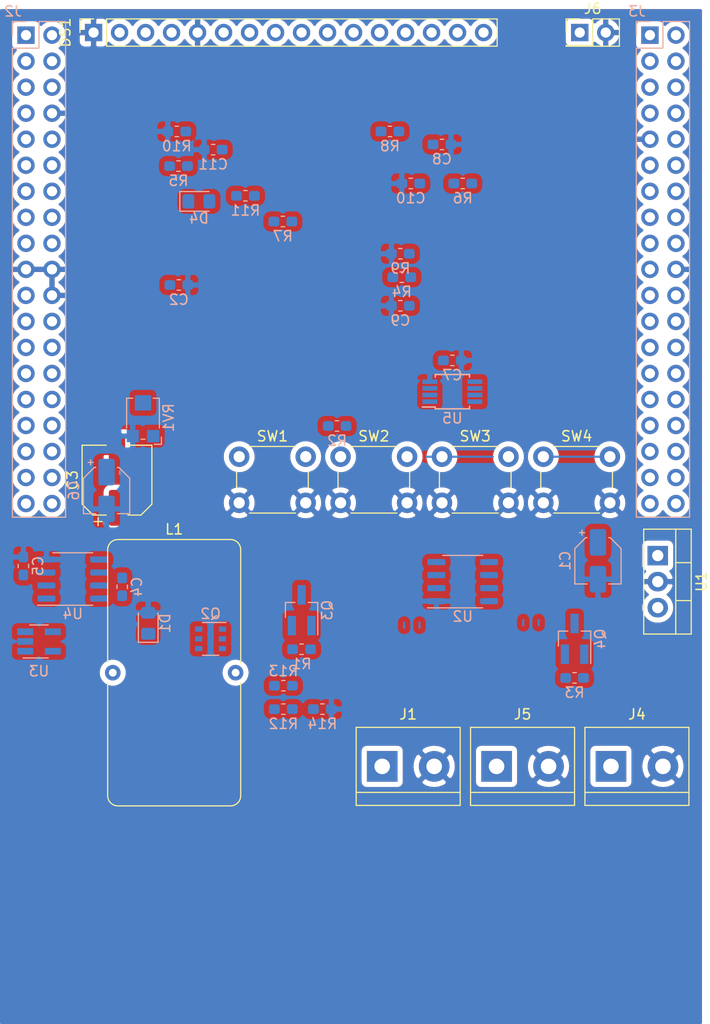
<source format=kicad_pcb>
(kicad_pcb (version 20171130) (host pcbnew 5.1.4-3.fc30)
  (layers (0 F.Cu signal) (31 B.Cu signal) (34 B.Paste user hide) (35 F.Paste user hide) (36 B.SilkS user) (37 F.SilkS user) (38 B.Mask user hide) (39 F.Mask user hide) (44 Edge.Cuts user hide))
  (net 0 "")
  (net 1 GND)
  (net 2 +5V)
  (net 3 "Net-(C4-Pad2)")
  (net 4 "Net-(C4-Pad1)")
  (net 5 "Net-(C5-Pad1)")
  (net 6 "Net-(C7-Pad1)")
  (net 7 /ADC_solar_I)
  (net 8 /ADC_load_I)
  (net 9 /V_batt)
  (net 10 /V_solar)
  (net 11 /6)
  (net 12 "Net-(DS1-Pad15)")
  (net 13 /LCD_D7)
  (net 14 /LCD_D6)
  (net 15 /LCD_D5)
  (net 16 /LCD_D4)
  (net 17 /LCD_EN)
  (net 18 /LCD_RS)
  (net 19 "Net-(DS1-Pad3)")
  (net 20 "Net-(DS1-Pad2)")
  (net 21 /LCD_SHDN)
  (net 22 /12V_SHDN)
  (net 23 /ADC_batt)
  (net 24 /HSCA_SHDN)
  (net 25 /ADC_solar)
  (net 26 /PWM_buck)
  (net 27 /BTN_UP)
  (net 28 /BTN_DOWN)
  (net 29 /BTN_OK)
  (net 30 /BTN_BACK)
  (net 31 /V_load)
  (net 32 "Net-(Q2-Pad3)")
  (net 33 "Net-(R6-Pad1)")
  (net 34 "Net-(R8-Pad2)")
  (net 35 /V_solar+)
  (net 36 /V_solar-)
  (net 37 /V_batt+)
  (net 38 /V_batt-)
  (net 39 "Net-(C6-Pad1)")
  (net 40 /ADC_batt_I)
  (net 41 /LOAD_EN)
  (net 42 /CS_DIS)
  (net 43 "Net-(R7-Pad1)")
  (net 44 "Net-(R11-Pad1)")
  (net 45 "Net-(R12-Pad2)")
  (net 46 "Net-(R12-Pad1)")
  (module Button_Switch_THT:SW_PUSH_6mm (layer F.Cu) (at 200.66 99.568)
    (fp_text reference SW3 (at 3.25 -2) (layer F.SilkS))
    (fp_text value SW_Push)
    (fp_line (start 6.75 3) (end 6.75 1.5) (layer F.SilkS) (width 0.12))
    (fp_line (start 5.5 -1) (end 1 -1) (layer F.SilkS) (width 0.12))
    (fp_line (start -0.25 1.5) (end -0.25 3) (layer F.SilkS) (width 0.12))
    (fp_line (start 1 5.5) (end 5.5 5.5) (layer F.SilkS) (width 0.12))
    (pad 1 thru_hole circle (at 6.5 0 90) (size 2 2) (drill 1.1) (layers *.Cu *.Mask) (net 29 /BTN_OK))
    (pad 2 thru_hole circle (at 6.5 4.5 90) (size 2 2) (drill 1.1) (layers *.Cu *.Mask) (net 1 GND))
    (pad 1 thru_hole circle (at 0 0 90) (size 2 2) (drill 1.1) (layers *.Cu *.Mask) (net 29 /BTN_OK))
    (pad 2 thru_hole circle (at 0 4.5 90) (size 2 2) (drill 1.1) (layers *.Cu *.Mask) (net 1 GND))
  )
  (module Capacitor_SMD:C_0603_1608Metric_Pad1.05x0.95mm_HandSolder (layer B.Cu) (at 178.308 69.596)
    (fp_text reference C11 (at 0 1.43) (layer B.SilkS) (effects (justify mirror)))
    (fp_text value 100n)
    (fp_line (start -0.171267 -0.51) (end 0.171267 -0.51) (layer B.SilkS) (width 0.12))
    (fp_line (start -0.171267 0.51) (end 0.171267 0.51) (layer B.SilkS) (width 0.12))
    (pad 2 smd roundrect (at 0.875 0) (size 1.05 0.95) (layers B.Cu B.Paste B.Mask) (net 25 /ADC_solar))
    (pad 1 smd roundrect (at -0.875 0) (size 1.05 0.95) (layers B.Cu B.Paste B.Mask) (net 1 GND))
  )
  (module Capacitor_SMD:C_0603_1608Metric_Pad1.05x0.95mm_HandSolder (layer B.Cu) (at 197.612 72.898)
    (fp_text reference C10 (at 0 1.43) (layer B.SilkS) (effects (justify mirror)))
    (fp_text value 100n)
    (fp_line (start -0.171267 -0.51) (end 0.171267 -0.51) (layer B.SilkS) (width 0.12))
    (fp_line (start -0.171267 0.51) (end 0.171267 0.51) (layer B.SilkS) (width 0.12))
    (pad 2 smd roundrect (at 0.875 0) (size 1.05 0.95) (layers B.Cu B.Paste B.Mask) (net 40 /ADC_batt_I))
    (pad 1 smd roundrect (at -0.875 0) (size 1.05 0.95) (layers B.Cu B.Paste B.Mask) (net 1 GND))
  )
  (module Capacitor_SMD:C_0603_1608Metric_Pad1.05x0.95mm_HandSolder (layer B.Cu) (at 196.596 84.836)
    (fp_text reference C9 (at 0 1.43) (layer B.SilkS) (effects (justify mirror)))
    (fp_text value 100n)
    (fp_line (start -0.171267 -0.51) (end 0.171267 -0.51) (layer B.SilkS) (width 0.12))
    (fp_line (start -0.171267 0.51) (end 0.171267 0.51) (layer B.SilkS) (width 0.12))
    (pad 2 smd roundrect (at 0.875 0) (size 1.05 0.95) (layers B.Cu B.Paste B.Mask) (net 23 /ADC_batt))
    (pad 1 smd roundrect (at -0.875 0) (size 1.05 0.95) (layers B.Cu B.Paste B.Mask) (net 1 GND))
  )
  (module Capacitor_SMD:C_0603_1608Metric_Pad1.05x0.95mm_HandSolder (layer B.Cu) (at 200.66 69.088)
    (fp_text reference C8 (at 0 1.43) (layer B.SilkS) (effects (justify mirror)))
    (fp_text value 100n)
    (fp_line (start -0.171267 -0.51) (end 0.171267 -0.51) (layer B.SilkS) (width 0.12))
    (fp_line (start -0.171267 0.51) (end 0.171267 0.51) (layer B.SilkS) (width 0.12))
    (pad 2 smd roundrect (at 0.875 0) (size 1.05 0.95) (layers B.Cu B.Paste B.Mask) (net 1 GND))
    (pad 1 smd roundrect (at -0.875 0) (size 1.05 0.95) (layers B.Cu B.Paste B.Mask) (net 7 /ADC_solar_I))
  )
  (module Capacitor_SMD:C_0603_1608Metric_Pad1.05x0.95mm_HandSolder (layer B.Cu) (at 201.676 90.17)
    (fp_text reference C7 (at 0 1.43) (layer B.SilkS) (effects (justify mirror)))
    (fp_text value 100n)
    (fp_line (start -0.171267 -0.51) (end 0.171267 -0.51) (layer B.SilkS) (width 0.12))
    (fp_line (start -0.171267 0.51) (end 0.171267 0.51) (layer B.SilkS) (width 0.12))
    (pad 2 smd roundrect (at 0.875 0) (size 1.05 0.95) (layers B.Cu B.Paste B.Mask) (net 1 GND))
    (pad 1 smd roundrect (at -0.875 0) (size 1.05 0.95) (layers B.Cu B.Paste B.Mask) (net 6 "Net-(C7-Pad1)"))
  )
  (module Capacitor_SMD:C_0603_1608Metric_Pad1.05x0.95mm_HandSolder (layer B.Cu) (at 159.766 110.236 90)
    (fp_text reference C5 (at 0 1.43 90) (layer B.SilkS) (effects (justify mirror)))
    (fp_text value 100n)
    (fp_line (start -0.171267 -0.51) (end 0.171267 -0.51) (layer B.SilkS) (width 0.12))
    (fp_line (start -0.171267 0.51) (end 0.171267 0.51) (layer B.SilkS) (width 0.12))
    (pad 2 smd roundrect (at 0.875 0 90) (size 1.05 0.95) (layers B.Cu B.Paste B.Mask) (net 1 GND))
    (pad 1 smd roundrect (at -0.875 0 90) (size 1.05 0.95) (layers B.Cu B.Paste B.Mask) (net 5 "Net-(C5-Pad1)"))
  )
  (module Capacitor_SMD:C_0603_1608Metric_Pad1.05x0.95mm_HandSolder (layer B.Cu) (at 169.418 112.268 90)
    (fp_text reference C4 (at 0 1.43 90) (layer B.SilkS) (effects (justify mirror)))
    (fp_text value 100n)
    (fp_line (start -0.171267 -0.51) (end 0.171267 -0.51) (layer B.SilkS) (width 0.12))
    (fp_line (start -0.171267 0.51) (end 0.171267 0.51) (layer B.SilkS) (width 0.12))
    (pad 2 smd roundrect (at 0.875 0 90) (size 1.05 0.95) (layers B.Cu B.Paste B.Mask) (net 3 "Net-(C4-Pad2)"))
    (pad 1 smd roundrect (at -0.875 0 90) (size 1.05 0.95) (layers B.Cu B.Paste B.Mask) (net 4 "Net-(C4-Pad1)"))
  )
  (module Capacitor_SMD:CP_Elec_4x5.4 (layer B.Cu) (at 167.894 102.87 270)
    (fp_text reference C6 (at 0 3.2 270) (layer B.SilkS) (effects (justify mirror)))
    (fp_text value 10u)
    (fp_line (start -2.75 1.81) (end -2.75 1.31) (layer B.SilkS) (width 0.12))
    (fp_line (start -3 1.56) (end -2.5 1.56) (layer B.SilkS) (width 0.12))
    (fp_line (start -2.26 -1.195563) (end -1.195563 -2.26) (layer B.SilkS) (width 0.12))
    (fp_line (start -2.26 1.195563) (end -1.195563 2.26) (layer B.SilkS) (width 0.12))
    (fp_line (start -2.26 1.195563) (end -2.26 1.06) (layer B.SilkS) (width 0.12))
    (fp_line (start -2.26 -1.195563) (end -2.26 -1.06) (layer B.SilkS) (width 0.12))
    (fp_line (start -1.195563 -2.26) (end 2.26 -2.26) (layer B.SilkS) (width 0.12))
    (fp_line (start -1.195563 2.26) (end 2.26 2.26) (layer B.SilkS) (width 0.12))
    (fp_line (start 2.26 2.26) (end 2.26 1.06) (layer B.SilkS) (width 0.12))
    (fp_line (start 2.26 -2.26) (end 2.26 -1.06) (layer B.SilkS) (width 0.12))
    (pad 2 smd roundrect (at 1.8 0 270) (size 2.6 1.6) (layers B.Cu B.Paste B.Mask) (roundrect_rratio 0.15625) (net 1 GND))
    (pad 1 smd roundrect (at -1.8 0 270) (size 2.6 1.6) (layers B.Cu B.Paste B.Mask) (roundrect_rratio 0.15625) (net 39 "Net-(C6-Pad1)"))
  )
  (module Capacitor_SMD:CP_Elec_6.3x7.7 (layer F.Cu) (at 168.91 101.854 90)
    (fp_text reference C3 (at 0 -4.35 90) (layer F.SilkS))
    (fp_text value 100u)
    (fp_line (start -4.04375 -2.24125) (end -4.04375 -1.45375) (layer F.SilkS) (width 0.12))
    (fp_line (start -4.4375 -1.8475) (end -3.65 -1.8475) (layer F.SilkS) (width 0.12))
    (fp_line (start -3.41 2.345563) (end -2.345563 3.41) (layer F.SilkS) (width 0.12))
    (fp_line (start -3.41 -2.345563) (end -2.345563 -3.41) (layer F.SilkS) (width 0.12))
    (fp_line (start -3.41 -2.345563) (end -3.41 -1.06) (layer F.SilkS) (width 0.12))
    (fp_line (start -3.41 2.345563) (end -3.41 1.06) (layer F.SilkS) (width 0.12))
    (fp_line (start -2.345563 3.41) (end 3.41 3.41) (layer F.SilkS) (width 0.12))
    (fp_line (start -2.345563 -3.41) (end 3.41 -3.41) (layer F.SilkS) (width 0.12))
    (fp_line (start 3.41 -3.41) (end 3.41 -1.06) (layer F.SilkS) (width 0.12))
    (fp_line (start 3.41 3.41) (end 3.41 1.06) (layer F.SilkS) (width 0.12))
    (pad 2 smd roundrect (at 2.7 0 90) (size 3.5 1.6) (layers F.Cu F.Paste F.Mask) (roundrect_rratio 0.15625) (net 1 GND))
    (pad 1 smd roundrect (at -2.7 0 90) (size 3.5 1.6) (layers F.Cu F.Paste F.Mask) (roundrect_rratio 0.15625) (net 10 /V_solar))
  )
  (module Package_SO:SO-8_3.9x4.9mm_P1.27mm (layer B.Cu) (at 164.592 111.506)
    (fp_text reference U4 (at 0 3.4) (layer B.SilkS) (effects (justify mirror)))
    (fp_text value L6285E)
    (fp_line (start 0 2.56) (end -3.45 2.56) (layer B.SilkS) (width 0.12))
    (fp_line (start 0 2.56) (end 1.95 2.56) (layer B.SilkS) (width 0.12))
    (fp_line (start 0 -2.56) (end -1.95 -2.56) (layer B.SilkS) (width 0.12))
    (fp_line (start 0 -2.56) (end 1.95 -2.56) (layer B.SilkS) (width 0.12))
    (pad 8 smd roundrect (at 2.575 1.905) (size 1.75 0.6) (layers B.Cu B.Paste B.Mask) (net 4 "Net-(C4-Pad1)"))
    (pad 7 smd roundrect (at 2.575 0.635) (size 1.75 0.6) (layers B.Cu B.Paste B.Mask) (net 32 "Net-(Q2-Pad3)"))
    (pad 6 smd roundrect (at 2.575 -0.635) (size 1.75 0.6) (layers B.Cu B.Paste B.Mask) (net 3 "Net-(C4-Pad2)"))
    (pad 5 smd roundrect (at 2.575 -1.905) (size 1.75 0.6) (layers B.Cu B.Paste B.Mask))
    (pad 4 smd roundrect (at -2.575 -1.905) (size 1.75 0.6) (layers B.Cu B.Paste B.Mask) (net 1 GND))
    (pad 3 smd roundrect (at -2.575 -0.635) (size 1.75 0.6) (layers B.Cu B.Paste B.Mask) (net 5 "Net-(C5-Pad1)"))
    (pad 2 smd roundrect (at -2.575 0.635) (size 1.75 0.6) (layers B.Cu B.Paste B.Mask) (net 26 /PWM_buck))
    (pad 1 smd roundrect (at -2.575 1.905) (size 1.75 0.6) (layers B.Cu B.Paste B.Mask))
  )
  (module Package_TO_SOT_SMD:SOT-23-5_HandSoldering (layer B.Cu) (at 161.29 117.602)
    (fp_text reference U3 (at 0 2.9) (layer B.SilkS) (effects (justify mirror)))
    (fp_text value MCP1804)
    (fp_line (start 0.9 1.61) (end -1.55 1.61) (layer B.SilkS) (width 0.12))
    (fp_line (start -0.9 -1.61) (end 0.9 -1.61) (layer B.SilkS) (width 0.12))
    (pad 5 smd rect (at 1.35 0.95) (size 1.56 0.65) (layers B.Cu B.Paste B.Mask) (net 5 "Net-(C5-Pad1)"))
    (pad 4 smd rect (at 1.35 -0.95) (size 1.56 0.65) (layers B.Cu B.Paste B.Mask) (net 22 /12V_SHDN))
    (pad 3 smd rect (at -1.35 -0.95) (size 1.56 0.65) (layers B.Cu B.Paste B.Mask))
    (pad 2 smd rect (at -1.35 0) (size 1.56 0.65) (layers B.Cu B.Paste B.Mask) (net 1 GND))
    (pad 1 smd rect (at -1.35 0.95) (size 1.56 0.65) (layers B.Cu B.Paste B.Mask) (net 10 /V_solar))
  )
  (module Package_TO_SOT_THT:TO-220-3_Vertical (layer F.Cu) (at 221.742 109.22 270)
    (fp_text reference U1 (at 2.54 -4.27 90) (layer F.SilkS))
    (fp_text value TS2937)
    (fp_line (start 4.391 -3.27) (end 4.391 -1.76) (layer F.SilkS) (width 0.12))
    (fp_line (start 0.69 -3.27) (end 0.69 -1.76) (layer F.SilkS) (width 0.12))
    (fp_line (start -2.58 -1.76) (end 7.66 -1.76) (layer F.SilkS) (width 0.12))
    (fp_line (start 7.66 -3.27) (end 7.66 1.371) (layer F.SilkS) (width 0.12))
    (fp_line (start -2.58 -3.27) (end -2.58 1.371) (layer F.SilkS) (width 0.12))
    (fp_line (start -2.58 1.371) (end 7.66 1.371) (layer F.SilkS) (width 0.12))
    (fp_line (start -2.58 -3.27) (end 7.66 -3.27) (layer F.SilkS) (width 0.12))
    (pad 3 thru_hole oval (at 5.08 0 270) (size 1.905 2) (drill 1.1) (layers *.Cu *.Mask) (net 2 +5V))
    (pad 2 thru_hole oval (at 2.54 0 270) (size 1.905 2) (drill 1.1) (layers *.Cu *.Mask) (net 1 GND))
    (pad 1 thru_hole rect (at 0 0 270) (size 1.905 2) (drill 1.1) (layers *.Cu *.Mask) (net 9 /V_batt))
  )
  (module Potentiometer_SMD:Potentiometer_Bourns_TC33X_Vertical (layer B.Cu) (at 171.45 95.758 90)
    (fp_text reference RV1 (at 0 2.5 90) (layer B.SilkS) (effects (justify mirror)))
    (fp_text value 10k)
    (fp_line (start -2.6 1.8) (end -2.6 1.1) (layer B.SilkS) (width 0.12))
    (fp_line (start -1.9 1.8) (end -2.6 1.8) (layer B.SilkS) (width 0.12))
    (fp_line (start 1.9 -1.6) (end 1.9 -1) (layer B.SilkS) (width 0.12))
    (fp_line (start -1 -1.6) (end 1.9 -1.6) (layer B.SilkS) (width 0.12))
    (fp_line (start 1.9 1.6) (end 1.9 1) (layer B.SilkS) (width 0.12))
    (fp_line (start -1 1.6) (end 1.9 1.6) (layer B.SilkS) (width 0.12))
    (fp_line (start -2.1 0.2) (end -2.1 -0.2) (layer B.SilkS) (width 0.12))
    (pad 2 smd rect (at 1.45 0 90) (size 1.5 1.6) (layers B.Cu B.Paste B.Mask) (net 19 "Net-(DS1-Pad3)"))
    (pad 3 smd rect (at -1.8 -1 90) (size 1.2 1.2) (layers B.Cu B.Paste B.Mask) (net 1 GND))
    (pad 1 smd rect (at -1.8 1 90) (size 1.2 1.2) (layers B.Cu B.Paste B.Mask) (net 20 "Net-(DS1-Pad2)"))
  )
  (module Resistor_SMD:R_0603_1608Metric_Pad1.05x0.95mm_HandSolder (layer B.Cu) (at 174.752 67.818)
    (fp_text reference R10 (at 0 1.43) (layer B.SilkS) (effects (justify mirror)))
    (fp_text value 200k)
    (fp_line (start -0.171267 -0.51) (end 0.171267 -0.51) (layer B.SilkS) (width 0.12))
    (fp_line (start -0.171267 0.51) (end 0.171267 0.51) (layer B.SilkS) (width 0.12))
    (pad 2 smd roundrect (at 0.875 0) (size 1.05 0.95) (layers B.Cu B.Paste B.Mask) (net 25 /ADC_solar))
    (pad 1 smd roundrect (at -0.875 0) (size 1.05 0.95) (layers B.Cu B.Paste B.Mask) (net 1 GND))
  )
  (module Resistor_SMD:R_0603_1608Metric_Pad1.05x0.95mm_HandSolder (layer B.Cu) (at 196.596 79.756)
    (fp_text reference R9 (at 0 1.43) (layer B.SilkS) (effects (justify mirror)))
    (fp_text value 200k)
    (fp_line (start -0.171267 -0.51) (end 0.171267 -0.51) (layer B.SilkS) (width 0.12))
    (fp_line (start -0.171267 0.51) (end 0.171267 0.51) (layer B.SilkS) (width 0.12))
    (pad 2 smd roundrect (at 0.875 0) (size 1.05 0.95) (layers B.Cu B.Paste B.Mask) (net 23 /ADC_batt))
    (pad 1 smd roundrect (at -0.875 0) (size 1.05 0.95) (layers B.Cu B.Paste B.Mask) (net 1 GND))
  )
  (module Resistor_SMD:R_0603_1608Metric_Pad1.05x0.95mm_HandSolder (layer B.Cu) (at 195.58 67.818)
    (fp_text reference R8 (at 0 1.43) (layer B.SilkS) (effects (justify mirror)))
    (fp_text value 3.3k)
    (fp_line (start -0.171267 -0.51) (end 0.171267 -0.51) (layer B.SilkS) (width 0.12))
    (fp_line (start -0.171267 0.51) (end 0.171267 0.51) (layer B.SilkS) (width 0.12))
    (pad 2 smd roundrect (at 0.875 0) (size 1.05 0.95) (layers B.Cu B.Paste B.Mask) (net 34 "Net-(R8-Pad2)"))
    (pad 1 smd roundrect (at -0.875 0) (size 1.05 0.95) (layers B.Cu B.Paste B.Mask) (net 40 /ADC_batt_I))
  )
  (module Resistor_SMD:R_0603_1608Metric_Pad1.05x0.95mm_HandSolder (layer B.Cu) (at 202.692 72.898)
    (fp_text reference R6 (at 0 1.43) (layer B.SilkS) (effects (justify mirror)))
    (fp_text value 3.3k)
    (fp_line (start -0.171267 -0.51) (end 0.171267 -0.51) (layer B.SilkS) (width 0.12))
    (fp_line (start -0.171267 0.51) (end 0.171267 0.51) (layer B.SilkS) (width 0.12))
    (pad 2 smd roundrect (at 0.875 0) (size 1.05 0.95) (layers B.Cu B.Paste B.Mask) (net 7 /ADC_solar_I))
    (pad 1 smd roundrect (at -0.875 0) (size 1.05 0.95) (layers B.Cu B.Paste B.Mask) (net 33 "Net-(R6-Pad1)"))
  )
  (module Resistor_SMD:R_0603_1608Metric_Pad1.05x0.95mm_HandSolder (layer B.Cu) (at 174.918 71.2)
    (fp_text reference R5 (at 0 1.43) (layer B.SilkS) (effects (justify mirror)))
    (fp_text value 1.8M)
    (fp_line (start -0.171267 -0.51) (end 0.171267 -0.51) (layer B.SilkS) (width 0.12))
    (fp_line (start -0.171267 0.51) (end 0.171267 0.51) (layer B.SilkS) (width 0.12))
    (pad 2 smd roundrect (at 0.875 0) (size 1.05 0.95) (layers B.Cu B.Paste B.Mask) (net 10 /V_solar))
    (pad 1 smd roundrect (at -0.875 0) (size 1.05 0.95) (layers B.Cu B.Paste B.Mask) (net 25 /ADC_solar))
  )
  (module Resistor_SMD:R_0603_1608Metric_Pad1.05x0.95mm_HandSolder (layer B.Cu) (at 196.737 82.042)
    (fp_text reference R4 (at 0 1.43) (layer B.SilkS) (effects (justify mirror)))
    (fp_text value 1.8M)
    (fp_line (start -0.171267 -0.51) (end 0.171267 -0.51) (layer B.SilkS) (width 0.12))
    (fp_line (start -0.171267 0.51) (end 0.171267 0.51) (layer B.SilkS) (width 0.12))
    (pad 2 smd roundrect (at 0.875 0) (size 1.05 0.95) (layers B.Cu B.Paste B.Mask) (net 9 /V_batt))
    (pad 1 smd roundrect (at -0.875 0) (size 1.05 0.95) (layers B.Cu B.Paste B.Mask) (net 23 /ADC_batt))
  )
  (module Resistor_SMD:R_0603_1608Metric_Pad1.05x0.95mm_HandSolder (layer B.Cu) (at 213.614 121.158)
    (fp_text reference R3 (at 0 1.43) (layer B.SilkS) (effects (justify mirror)))
    (fp_text value 200k)
    (fp_line (start -0.171267 -0.51) (end 0.171267 -0.51) (layer B.SilkS) (width 0.12))
    (fp_line (start -0.171267 0.51) (end 0.171267 0.51) (layer B.SilkS) (width 0.12))
    (pad 2 smd roundrect (at 0.875 0) (size 1.05 0.95) (layers B.Cu B.Paste B.Mask) (net 24 /HSCA_SHDN))
    (pad 1 smd roundrect (at -0.875 0) (size 1.05 0.95) (layers B.Cu B.Paste B.Mask) (net 2 +5V))
  )
  (module Resistor_SMD:R_0603_1608Metric_Pad1.05x0.95mm_HandSolder (layer B.Cu) (at 190.412 96.57)
    (fp_text reference R2 (at 0 1.43) (layer B.SilkS) (effects (justify mirror)))
    (fp_text value 100)
    (fp_line (start -0.171267 -0.51) (end 0.171267 -0.51) (layer B.SilkS) (width 0.12))
    (fp_line (start -0.171267 0.51) (end 0.171267 0.51) (layer B.SilkS) (width 0.12))
    (pad 2 smd roundrect (at 0.875 0) (size 1.05 0.95) (layers B.Cu B.Paste B.Mask) (net 12 "Net-(DS1-Pad15)"))
    (pad 1 smd roundrect (at -0.875 0) (size 1.05 0.95) (layers B.Cu B.Paste B.Mask) (net 20 "Net-(DS1-Pad2)"))
  )
  (module Resistor_SMD:R_0603_1608Metric_Pad1.05x0.95mm_HandSolder (layer B.Cu) (at 186.944 118.364)
    (fp_text reference R1 (at 0 1.43) (layer B.SilkS) (effects (justify mirror)))
    (fp_text value 200k)
    (fp_line (start -0.171267 -0.51) (end 0.171267 -0.51) (layer B.SilkS) (width 0.12))
    (fp_line (start -0.171267 0.51) (end 0.171267 0.51) (layer B.SilkS) (width 0.12))
    (pad 2 smd roundrect (at 0.875 0) (size 1.05 0.95) (layers B.Cu B.Paste B.Mask) (net 21 /LCD_SHDN))
    (pad 1 smd roundrect (at -0.875 0) (size 1.05 0.95) (layers B.Cu B.Paste B.Mask) (net 2 +5V))
  )
  (module Package_TO_SOT_SMD:SOT-23_Handsoldering (layer B.Cu) (at 213.614 117.348 90)
    (fp_text reference Q4 (at 0 2.5 90) (layer B.SilkS) (effects (justify mirror)))
    (fp_text value NX3008PBK)
    (fp_line (start 0.76 -1.58) (end -0.7 -1.58) (layer B.SilkS) (width 0.12))
    (fp_line (start 0.76 1.58) (end -2.4 1.58) (layer B.SilkS) (width 0.12))
    (fp_line (start 0.76 1.58) (end 0.76 0.65) (layer B.SilkS) (width 0.12))
    (fp_line (start 0.76 -1.58) (end 0.76 -0.65) (layer B.SilkS) (width 0.12))
    (pad 3 smd rect (at 1.5 0 90) (size 1.9 0.8) (layers B.Cu B.Paste B.Mask) (net 6 "Net-(C7-Pad1)"))
    (pad 2 smd rect (at -1.5 -0.95 90) (size 1.9 0.8) (layers B.Cu B.Paste B.Mask) (net 2 +5V))
    (pad 1 smd rect (at -1.5 0.95 90) (size 1.9 0.8) (layers B.Cu B.Paste B.Mask) (net 24 /HSCA_SHDN))
  )
  (module Package_TO_SOT_SMD:SOT-23_Handsoldering (layer B.Cu) (at 186.944 114.554 90)
    (fp_text reference Q3 (at 0 2.5 90) (layer B.SilkS) (effects (justify mirror)))
    (fp_text value NX3008PBK)
    (fp_line (start 0.76 -1.58) (end -0.7 -1.58) (layer B.SilkS) (width 0.12))
    (fp_line (start 0.76 1.58) (end -2.4 1.58) (layer B.SilkS) (width 0.12))
    (fp_line (start 0.76 1.58) (end 0.76 0.65) (layer B.SilkS) (width 0.12))
    (fp_line (start 0.76 -1.58) (end 0.76 -0.65) (layer B.SilkS) (width 0.12))
    (pad 3 smd rect (at 1.5 0 90) (size 1.9 0.8) (layers B.Cu B.Paste B.Mask) (net 20 "Net-(DS1-Pad2)"))
    (pad 2 smd rect (at -1.5 -0.95 90) (size 1.9 0.8) (layers B.Cu B.Paste B.Mask) (net 2 +5V))
    (pad 1 smd rect (at -1.5 0.95 90) (size 1.9 0.8) (layers B.Cu B.Paste B.Mask) (net 21 /LCD_SHDN))
  )
  (module Package_SO:TSOP-6_1.65x3.05mm_P0.95mm (layer B.Cu) (at 178.054 117.348 180)
    (fp_text reference Q2 (at 0 2.45) (layer B.SilkS) (effects (justify mirror)))
    (fp_text value PMN30ENEA)
    (fp_line (start 0.8 1.6) (end -1.5 1.6) (layer B.SilkS) (width 0.12))
    (fp_line (start -0.8 -1.6) (end 0.8 -1.6) (layer B.SilkS) (width 0.12))
    (pad 6 smd rect (at 1.16 0.95 180) (size 0.7 0.51) (layers B.Cu B.Paste B.Mask) (net 10 /V_solar))
    (pad 5 smd rect (at 1.16 0 180) (size 0.7 0.51) (layers B.Cu B.Paste B.Mask) (net 10 /V_solar))
    (pad 4 smd rect (at 1.16 -0.95 180) (size 0.7 0.51) (layers B.Cu B.Paste B.Mask) (net 3 "Net-(C4-Pad2)"))
    (pad 3 smd rect (at -1.16 -0.95 180) (size 0.7 0.51) (layers B.Cu B.Paste B.Mask) (net 32 "Net-(Q2-Pad3)"))
    (pad 2 smd rect (at -1.16 0 180) (size 0.7 0.51) (layers B.Cu B.Paste B.Mask) (net 10 /V_solar))
    (pad 1 smd rect (at -1.16 0.95 180) (size 0.7 0.51) (layers B.Cu B.Paste B.Mask) (net 10 /V_solar))
  )
  (module local:NetTie-2_SMD_Pad8mil (layer B.Cu) (at 210.101001 115.763401 90)
    (fp_text reference NT6 hide)
    (fp_text value Net-Tie_2 hide)
    (fp_poly (pts (xy -0.254 -0.1016) (xy -0.254 0.1016) (xy 0.254 0.1016) (xy 0.254 -0.1016)) (layer B.Cu) (width 0))
    (pad 2 smd circle (at 0.254 0 90) (size 0.2032 0.2032) (layers B.Cu) (net 38 /V_batt-))
    (pad 1 smd circle (at -0.254 0 90) (size 0.2032 0.2032) (layers B.Cu) (net 9 /V_batt))
  )
  (module local:NetTie-2_SMD_Pad8mil (layer B.Cu) (at 208.601001 115.763401 90)
    (fp_text reference NT5 hide)
    (fp_text value Net-Tie_2 hide)
    (fp_poly (pts (xy -0.254 -0.1016) (xy -0.254 0.1016) (xy 0.254 0.1016) (xy 0.254 -0.1016)) (layer B.Cu) (width 0))
    (pad 2 smd circle (at 0.254 0 90) (size 0.2032 0.2032) (layers B.Cu) (net 37 /V_batt+))
    (pad 1 smd circle (at -0.254 0 90) (size 0.2032 0.2032) (layers B.Cu) (net 9 /V_batt))
  )
  (module local:NetTie-2_SMD_Pad8mil (layer B.Cu) (at 198.465001 116.017401 90)
    (fp_text reference NT2 hide)
    (fp_text value Net-Tie_2 hide)
    (fp_poly (pts (xy -0.254 -0.1016) (xy -0.254 0.1016) (xy 0.254 0.1016) (xy 0.254 -0.1016)) (layer B.Cu) (width 0))
    (pad 2 smd circle (at 0.254 0 90) (size 0.2032 0.2032) (layers B.Cu) (net 36 /V_solar-))
    (pad 1 smd circle (at -0.254 0 90) (size 0.2032 0.2032) (layers B.Cu) (net 10 /V_solar))
  )
  (module local:NetTie-2_SMD_Pad8mil (layer B.Cu) (at 196.965001 116.017401 90)
    (fp_text reference NT1 hide)
    (fp_text value Net-Tie_2 hide)
    (fp_poly (pts (xy -0.254 -0.1016) (xy -0.254 0.1016) (xy 0.254 0.1016) (xy 0.254 -0.1016)) (layer B.Cu) (width 0))
    (pad 2 smd circle (at 0.254 0 90) (size 0.2032 0.2032) (layers B.Cu) (net 35 /V_solar+))
    (pad 1 smd circle (at -0.254 0 90) (size 0.2032 0.2032) (layers B.Cu) (net 10 /V_solar))
  )
  (module local:DTPU033A5 (layer F.Cu) (at 174.498 120.65 180)
    (fp_text reference L1 (at 0 14) (layer F.SilkS))
    (fp_text value DTPU033A5)
    (fp_arc (start -5.5 12) (end -6.5 12) (angle -90) (layer F.SilkS) (width 0.12))
    (fp_arc (start 5.5 -12) (end 6.5 -12) (angle -90) (layer F.SilkS) (width 0.12))
    (fp_arc (start -5.5 -12) (end -5.5 -13) (angle -90) (layer F.SilkS) (width 0.12))
    (fp_arc (start 5.5 12) (end 5.5 13) (angle -90) (layer F.SilkS) (width 0.12))
    (fp_line (start 5.5 -13) (end -5.5 -13) (layer F.SilkS) (width 0.12))
    (fp_line (start 6.5 -1) (end 6.5 -12) (layer F.SilkS) (width 0.12))
    (fp_line (start 6.5 12) (end 6.5 1) (layer F.SilkS) (width 0.12))
    (fp_line (start -5.5 13) (end 5.5 13) (layer F.SilkS) (width 0.12))
    (fp_line (start -6.5 1) (end -6.5 12) (layer F.SilkS) (width 0.12))
    (fp_line (start -6.5 -12) (end -6.5 -1) (layer F.SilkS) (width 0.12))
    (pad 1 thru_hole circle (at -6 0 180) (size 1.524 1.524) (drill 0.762) (layers *.Cu *.Mask) (net 3 "Net-(C4-Pad2)"))
    (pad 2 thru_hole circle (at 6 0 180) (size 1.524 1.524) (drill 0.762) (layers *.Cu *.Mask) (net 39 "Net-(C6-Pad1)"))
  )
  (module Connector_PinSocket_2.54mm:PinSocket_1x16_P2.54mm_Vertical (layer F.Cu) (at 166.624 58.166 90)
    (fp_text reference DS1 (at 0 -2.77 90) (layer F.SilkS))
    (fp_text value HD44780)
    (fp_line (start 0 -1.33) (end 1.33 -1.33) (layer F.SilkS) (width 0.12))
    (fp_line (start 1.33 -1.33) (end 1.33 0) (layer F.SilkS) (width 0.12))
    (fp_line (start 1.33 1.27) (end 1.33 39.43) (layer F.SilkS) (width 0.12))
    (fp_line (start -1.33 39.43) (end 1.33 39.43) (layer F.SilkS) (width 0.12))
    (fp_line (start -1.33 1.27) (end -1.33 39.43) (layer F.SilkS) (width 0.12))
    (fp_line (start -1.33 1.27) (end 1.33 1.27) (layer F.SilkS) (width 0.12))
    (pad 16 thru_hole oval (at 0 38.1 90) (size 1.7 1.7) (drill 1) (layers *.Cu *.Mask) (net 11 /6))
    (pad 15 thru_hole oval (at 0 35.56 90) (size 1.7 1.7) (drill 1) (layers *.Cu *.Mask) (net 12 "Net-(DS1-Pad15)"))
    (pad 14 thru_hole oval (at 0 33.02 90) (size 1.7 1.7) (drill 1) (layers *.Cu *.Mask) (net 13 /LCD_D7))
    (pad 13 thru_hole oval (at 0 30.48 90) (size 1.7 1.7) (drill 1) (layers *.Cu *.Mask) (net 14 /LCD_D6))
    (pad 12 thru_hole oval (at 0 27.94 90) (size 1.7 1.7) (drill 1) (layers *.Cu *.Mask) (net 15 /LCD_D5))
    (pad 11 thru_hole oval (at 0 25.4 90) (size 1.7 1.7) (drill 1) (layers *.Cu *.Mask) (net 16 /LCD_D4))
    (pad 10 thru_hole oval (at 0 22.86 90) (size 1.7 1.7) (drill 1) (layers *.Cu *.Mask))
    (pad 9 thru_hole oval (at 0 20.32 90) (size 1.7 1.7) (drill 1) (layers *.Cu *.Mask))
    (pad 8 thru_hole oval (at 0 17.78 90) (size 1.7 1.7) (drill 1) (layers *.Cu *.Mask))
    (pad 7 thru_hole oval (at 0 15.24 90) (size 1.7 1.7) (drill 1) (layers *.Cu *.Mask))
    (pad 6 thru_hole oval (at 0 12.7 90) (size 1.7 1.7) (drill 1) (layers *.Cu *.Mask) (net 17 /LCD_EN))
    (pad 5 thru_hole oval (at 0 10.16 90) (size 1.7 1.7) (drill 1) (layers *.Cu *.Mask) (net 1 GND))
    (pad 4 thru_hole oval (at 0 7.62 90) (size 1.7 1.7) (drill 1) (layers *.Cu *.Mask) (net 18 /LCD_RS))
    (pad 3 thru_hole oval (at 0 5.08 90) (size 1.7 1.7) (drill 1) (layers *.Cu *.Mask) (net 19 "Net-(DS1-Pad3)"))
    (pad 2 thru_hole oval (at 0 2.54 90) (size 1.7 1.7) (drill 1) (layers *.Cu *.Mask) (net 20 "Net-(DS1-Pad2)"))
    (pad 1 thru_hole rect (at 0 0 90) (size 1.7 1.7) (drill 1) (layers *.Cu *.Mask) (net 1 GND))
  )
  (module Diode_SMD:D_0805_2012Metric_Pad1.15x1.40mm_HandSolder (layer B.Cu) (at 171.958 115.824 90)
    (fp_text reference D1 (at 0 1.65 90) (layer B.SilkS) (effects (justify mirror)))
    (fp_text value RBR5LAM-30TR)
    (fp_line (start -1.86 -0.96) (end 1 -0.96) (layer B.SilkS) (width 0.12))
    (fp_line (start -1.86 0.96) (end -1.86 -0.96) (layer B.SilkS) (width 0.12))
    (fp_line (start 1 0.96) (end -1.86 0.96) (layer B.SilkS) (width 0.12))
    (pad 2 smd roundrect (at 1.025 0 90) (size 1.15 1.4) (layers B.Cu B.Paste B.Mask) (roundrect_rratio 0.217391) (net 1 GND))
    (pad 1 smd roundrect (at -1.025 0 90) (size 1.15 1.4) (layers B.Cu B.Paste B.Mask) (roundrect_rratio 0.217391) (net 3 "Net-(C4-Pad2)"))
  )
  (module Capacitor_SMD:C_0603_1608Metric_Pad1.05x0.95mm_HandSolder (layer B.Cu) (at 174.952 82.806)
    (fp_text reference C2 (at 0 1.43) (layer B.SilkS) (effects (justify mirror)))
    (fp_text value 1u)
    (fp_line (start -0.171267 -0.51) (end 0.171267 -0.51) (layer B.SilkS) (width 0.12))
    (fp_line (start -0.171267 0.51) (end 0.171267 0.51) (layer B.SilkS) (width 0.12))
    (pad 2 smd roundrect (at 0.875 0) (size 1.05 0.95) (layers B.Cu B.Paste B.Mask) (net 1 GND))
    (pad 1 smd roundrect (at -0.875 0) (size 1.05 0.95) (layers B.Cu B.Paste B.Mask) (net 9 /V_batt))
  )
  (module Capacitor_SMD:CP_Elec_4x5.4 (layer B.Cu) (at 215.9 109.728 270)
    (fp_text reference C1 (at 0 3.2 270) (layer B.SilkS) (effects (justify mirror)))
    (fp_text value 10u)
    (fp_line (start -2.75 1.81) (end -2.75 1.31) (layer B.SilkS) (width 0.12))
    (fp_line (start -3 1.56) (end -2.5 1.56) (layer B.SilkS) (width 0.12))
    (fp_line (start -2.26 -1.195563) (end -1.195563 -2.26) (layer B.SilkS) (width 0.12))
    (fp_line (start -2.26 1.195563) (end -1.195563 2.26) (layer B.SilkS) (width 0.12))
    (fp_line (start -2.26 1.195563) (end -2.26 1.06) (layer B.SilkS) (width 0.12))
    (fp_line (start -2.26 -1.195563) (end -2.26 -1.06) (layer B.SilkS) (width 0.12))
    (fp_line (start -1.195563 -2.26) (end 2.26 -2.26) (layer B.SilkS) (width 0.12))
    (fp_line (start -1.195563 2.26) (end 2.26 2.26) (layer B.SilkS) (width 0.12))
    (fp_line (start 2.26 2.26) (end 2.26 1.06) (layer B.SilkS) (width 0.12))
    (fp_line (start 2.26 -2.26) (end 2.26 -1.06) (layer B.SilkS) (width 0.12))
    (pad 2 smd roundrect (at 1.8 0 270) (size 2.6 1.6) (layers B.Cu B.Paste B.Mask) (roundrect_rratio 0.15625) (net 1 GND))
    (pad 1 smd roundrect (at -1.8 0 270) (size 2.6 1.6) (layers B.Cu B.Paste B.Mask) (roundrect_rratio 0.15625) (net 2 +5V))
  )
  (module Connector_PinSocket_2.54mm:PinSocket_2x19_P2.54mm_Vertical (layer B.Cu) (at 160.02 58.42 180)
    (fp_text reference J2 (at 1.27 2.33) (layer B.SilkS) (effects (justify mirror)))
    (fp_text value Conn_02x19_Odd_Even)
    (fp_line (start 0 1.33) (end 1.33 1.33) (layer B.SilkS) (width 0.12))
    (fp_line (start 1.33 1.33) (end 1.33 0) (layer B.SilkS) (width 0.12))
    (fp_line (start -1.27 1.33) (end -1.27 -1.27) (layer B.SilkS) (width 0.12))
    (fp_line (start -1.27 -1.27) (end 1.33 -1.27) (layer B.SilkS) (width 0.12))
    (fp_line (start 1.33 -1.27) (end 1.33 -47.05) (layer B.SilkS) (width 0.12))
    (fp_line (start -3.87 -47.05) (end 1.33 -47.05) (layer B.SilkS) (width 0.12))
    (fp_line (start -3.87 1.33) (end -3.87 -47.05) (layer B.SilkS) (width 0.12))
    (fp_line (start -3.87 1.33) (end -1.27 1.33) (layer B.SilkS) (width 0.12))
    (pad 38 thru_hole oval (at -2.54 -45.72 180) (size 1.7 1.7) (drill 1) (layers *.Cu *.Mask) (net 21 /LCD_SHDN))
    (pad 37 thru_hole oval (at 0 -45.72 180) (size 1.7 1.7) (drill 1) (layers *.Cu *.Mask) (net 22 /12V_SHDN))
    (pad 36 thru_hole oval (at -2.54 -43.18 180) (size 1.7 1.7) (drill 1) (layers *.Cu *.Mask) (net 23 /ADC_batt))
    (pad 35 thru_hole oval (at 0 -43.18 180) (size 1.7 1.7) (drill 1) (layers *.Cu *.Mask) (net 24 /HSCA_SHDN))
    (pad 34 thru_hole oval (at -2.54 -40.64 180) (size 1.7 1.7) (drill 1) (layers *.Cu *.Mask) (net 25 /ADC_solar))
    (pad 33 thru_hole oval (at 0 -40.64 180) (size 1.7 1.7) (drill 1) (layers *.Cu *.Mask))
    (pad 32 thru_hole oval (at -2.54 -38.1 180) (size 1.7 1.7) (drill 1) (layers *.Cu *.Mask) (net 8 /ADC_load_I))
    (pad 31 thru_hole oval (at 0 -38.1 180) (size 1.7 1.7) (drill 1) (layers *.Cu *.Mask))
    (pad 30 thru_hole oval (at -2.54 -35.56 180) (size 1.7 1.7) (drill 1) (layers *.Cu *.Mask) (net 40 /ADC_batt_I))
    (pad 29 thru_hole oval (at 0 -35.56 180) (size 1.7 1.7) (drill 1) (layers *.Cu *.Mask))
    (pad 28 thru_hole oval (at -2.54 -33.02 180) (size 1.7 1.7) (drill 1) (layers *.Cu *.Mask) (net 7 /ADC_solar_I))
    (pad 27 thru_hole oval (at 0 -33.02 180) (size 1.7 1.7) (drill 1) (layers *.Cu *.Mask))
    (pad 26 thru_hole oval (at -2.54 -30.48 180) (size 1.7 1.7) (drill 1) (layers *.Cu *.Mask))
    (pad 25 thru_hole oval (at 0 -30.48 180) (size 1.7 1.7) (drill 1) (layers *.Cu *.Mask) (net 41 /LOAD_EN))
    (pad 24 thru_hole oval (at -2.54 -27.94 180) (size 1.7 1.7) (drill 1) (layers *.Cu *.Mask))
    (pad 23 thru_hole oval (at 0 -27.94 180) (size 1.7 1.7) (drill 1) (layers *.Cu *.Mask) (net 42 /CS_DIS))
    (pad 22 thru_hole oval (at -2.54 -25.4 180) (size 1.7 1.7) (drill 1) (layers *.Cu *.Mask) (net 1 GND))
    (pad 21 thru_hole oval (at 0 -25.4 180) (size 1.7 1.7) (drill 1) (layers *.Cu *.Mask))
    (pad 20 thru_hole oval (at -2.54 -22.86 180) (size 1.7 1.7) (drill 1) (layers *.Cu *.Mask) (net 1 GND))
    (pad 19 thru_hole oval (at 0 -22.86 180) (size 1.7 1.7) (drill 1) (layers *.Cu *.Mask) (net 1 GND))
    (pad 18 thru_hole oval (at -2.54 -20.32 180) (size 1.7 1.7) (drill 1) (layers *.Cu *.Mask))
    (pad 17 thru_hole oval (at 0 -20.32 180) (size 1.7 1.7) (drill 1) (layers *.Cu *.Mask))
    (pad 16 thru_hole oval (at -2.54 -17.78 180) (size 1.7 1.7) (drill 1) (layers *.Cu *.Mask))
    (pad 15 thru_hole oval (at 0 -17.78 180) (size 1.7 1.7) (drill 1) (layers *.Cu *.Mask))
    (pad 14 thru_hole oval (at -2.54 -15.24 180) (size 1.7 1.7) (drill 1) (layers *.Cu *.Mask))
    (pad 13 thru_hole oval (at 0 -15.24 180) (size 1.7 1.7) (drill 1) (layers *.Cu *.Mask))
    (pad 12 thru_hole oval (at -2.54 -12.7 180) (size 1.7 1.7) (drill 1) (layers *.Cu *.Mask))
    (pad 11 thru_hole oval (at 0 -12.7 180) (size 1.7 1.7) (drill 1) (layers *.Cu *.Mask))
    (pad 10 thru_hole oval (at -2.54 -10.16 180) (size 1.7 1.7) (drill 1) (layers *.Cu *.Mask))
    (pad 9 thru_hole oval (at 0 -10.16 180) (size 1.7 1.7) (drill 1) (layers *.Cu *.Mask))
    (pad 8 thru_hole oval (at -2.54 -7.62 180) (size 1.7 1.7) (drill 1) (layers *.Cu *.Mask) (net 1 GND))
    (pad 7 thru_hole oval (at 0 -7.62 180) (size 1.7 1.7) (drill 1) (layers *.Cu *.Mask))
    (pad 6 thru_hole oval (at -2.54 -5.08 180) (size 1.7 1.7) (drill 1) (layers *.Cu *.Mask) (net 2 +5V))
    (pad 5 thru_hole oval (at 0 -5.08 180) (size 1.7 1.7) (drill 1) (layers *.Cu *.Mask))
    (pad 4 thru_hole oval (at -2.54 -2.54 180) (size 1.7 1.7) (drill 1) (layers *.Cu *.Mask))
    (pad 3 thru_hole oval (at 0 -2.54 180) (size 1.7 1.7) (drill 1) (layers *.Cu *.Mask))
    (pad 2 thru_hole oval (at -2.54 0 180) (size 1.7 1.7) (drill 1) (layers *.Cu *.Mask))
    (pad 1 thru_hole rect (at 0 0 180) (size 1.7 1.7) (drill 1) (layers *.Cu *.Mask))
  )
  (module TerminalBlock:TerminalBlock_bornier-2_P5.08mm (layer F.Cu) (at 194.818 129.794)
    (fp_text reference J1 (at 2.54 -5.08) (layer F.SilkS))
    (fp_text value PV_input)
    (fp_line (start -2.54 3.81) (end 7.62 3.81) (layer F.SilkS) (width 0.12))
    (fp_line (start -2.54 -3.81) (end -2.54 3.81) (layer F.SilkS) (width 0.12))
    (fp_line (start 7.62 -3.81) (end -2.54 -3.81) (layer F.SilkS) (width 0.12))
    (fp_line (start 7.62 3.81) (end 7.62 -3.81) (layer F.SilkS) (width 0.12))
    (fp_line (start 7.62 2.54) (end -2.54 2.54) (layer F.SilkS) (width 0.12))
    (pad 2 thru_hole circle (at 5.08 0) (size 3 3) (drill 1.52) (layers *.Cu *.Mask) (net 1 GND))
    (pad 1 thru_hole rect (at 0 0) (size 3 3) (drill 1.52) (layers *.Cu *.Mask) (net 10 /V_solar))
  )
  (module Package_SO:MSOP-8_3x3mm_P0.65mm (layer B.Cu) (at 201.676 93.218)
    (fp_text reference U5 (at 0 2.6) (layer B.SilkS) (effects (justify mirror)))
    (fp_text value MAX4377)
    (fp_line (start -1.675 1.5) (end -2.925 1.5) (layer B.SilkS) (width 0.15))
    (fp_line (start -1.675 -1.675) (end 1.675 -1.675) (layer B.SilkS) (width 0.15))
    (fp_line (start -1.675 1.675) (end 1.675 1.675) (layer B.SilkS) (width 0.15))
    (fp_line (start -1.675 -1.675) (end -1.675 -1.425) (layer B.SilkS) (width 0.15))
    (fp_line (start 1.675 -1.675) (end 1.675 -1.425) (layer B.SilkS) (width 0.15))
    (fp_line (start 1.675 1.675) (end 1.675 1.425) (layer B.SilkS) (width 0.15))
    (fp_line (start -1.675 1.675) (end -1.675 1.5) (layer B.SilkS) (width 0.15))
    (pad 8 smd rect (at 2.2 0.975) (size 1.45 0.45) (layers B.Cu B.Paste B.Mask) (net 6 "Net-(C7-Pad1)"))
    (pad 7 smd rect (at 2.2 0.325) (size 1.45 0.45) (layers B.Cu B.Paste B.Mask) (net 34 "Net-(R8-Pad2)"))
    (pad 6 smd rect (at 2.2 -0.325) (size 1.45 0.45) (layers B.Cu B.Paste B.Mask) (net 37 /V_batt+))
    (pad 5 smd rect (at 2.2 -0.975) (size 1.45 0.45) (layers B.Cu B.Paste B.Mask) (net 38 /V_batt-))
    (pad 4 smd rect (at -2.2 -0.975) (size 1.45 0.45) (layers B.Cu B.Paste B.Mask) (net 1 GND))
    (pad 3 smd rect (at -2.2 -0.325) (size 1.45 0.45) (layers B.Cu B.Paste B.Mask) (net 35 /V_solar+))
    (pad 2 smd rect (at -2.2 0.325) (size 1.45 0.45) (layers B.Cu B.Paste B.Mask) (net 36 /V_solar-))
    (pad 1 smd rect (at -2.2 0.975) (size 1.45 0.45) (layers B.Cu B.Paste B.Mask) (net 33 "Net-(R6-Pad1)"))
  )
  (module Package_SO:SO-8_3.9x4.9mm_P1.27mm (layer B.Cu) (at 202.692 111.76)
    (fp_text reference U2 (at 0 3.4) (layer B.SilkS) (effects (justify mirror)))
    (fp_text value VN5E160MS-E)
    (fp_line (start 0 2.56) (end -3.45 2.56) (layer B.SilkS) (width 0.12))
    (fp_line (start 0 2.56) (end 1.95 2.56) (layer B.SilkS) (width 0.12))
    (fp_line (start 0 -2.56) (end -1.95 -2.56) (layer B.SilkS) (width 0.12))
    (fp_line (start 0 -2.56) (end 1.95 -2.56) (layer B.SilkS) (width 0.12))
    (pad 8 smd roundrect (at 2.575 1.905) (size 1.75 0.6) (layers B.Cu B.Paste B.Mask) (net 9 /V_batt))
    (pad 7 smd roundrect (at 2.575 0.635) (size 1.75 0.6) (layers B.Cu B.Paste B.Mask) (net 31 /V_load))
    (pad 6 smd roundrect (at 2.575 -0.635) (size 1.75 0.6) (layers B.Cu B.Paste B.Mask) (net 31 /V_load))
    (pad 5 smd roundrect (at 2.575 -1.905) (size 1.75 0.6) (layers B.Cu B.Paste B.Mask) (net 9 /V_batt))
    (pad 4 smd roundrect (at -2.575 -1.905) (size 1.75 0.6) (layers B.Cu B.Paste B.Mask) (net 44 "Net-(R11-Pad1)"))
    (pad 3 smd roundrect (at -2.575 -0.635) (size 1.75 0.6) (layers B.Cu B.Paste B.Mask) (net 46 "Net-(R12-Pad1)"))
    (pad 2 smd roundrect (at -2.575 0.635) (size 1.75 0.6) (layers B.Cu B.Paste B.Mask) (net 43 "Net-(R7-Pad1)"))
    (pad 1 smd roundrect (at -2.575 1.905) (size 1.75 0.6) (layers B.Cu B.Paste B.Mask) (net 1 GND))
  )
  (module Resistor_SMD:R_0603_1608Metric_Pad1.05x0.95mm_HandSolder (layer B.Cu) (at 188.976 124.206)
    (fp_text reference R14 (at 0 1.43) (layer B.SilkS) (effects (justify mirror)))
    (fp_text value 100)
    (fp_line (start -0.171267 -0.51) (end 0.171267 -0.51) (layer B.SilkS) (width 0.12))
    (fp_line (start -0.171267 0.51) (end 0.171267 0.51) (layer B.SilkS) (width 0.12))
    (pad 2 smd roundrect (at 0.875 0) (size 1.05 0.95) (layers B.Cu B.Paste B.Mask) (net 1 GND))
    (pad 1 smd roundrect (at -0.875 0) (size 1.05 0.95) (layers B.Cu B.Paste B.Mask) (net 45 "Net-(R12-Pad2)"))
  )
  (module Resistor_SMD:R_0603_1608Metric_Pad1.05x0.95mm_HandSolder (layer B.Cu) (at 185.166 121.92 180)
    (fp_text reference R13 (at 0 1.43) (layer B.SilkS) (effects (justify mirror)))
    (fp_text value 10k)
    (fp_line (start -0.171267 -0.51) (end 0.171267 -0.51) (layer B.SilkS) (width 0.12))
    (fp_line (start -0.171267 0.51) (end 0.171267 0.51) (layer B.SilkS) (width 0.12))
    (pad 2 smd roundrect (at 0.875 0 180) (size 1.05 0.95) (layers B.Cu B.Paste B.Mask) (net 8 /ADC_load_I))
    (pad 1 smd roundrect (at -0.875 0 180) (size 1.05 0.95) (layers B.Cu B.Paste B.Mask) (net 45 "Net-(R12-Pad2)"))
  )
  (module Resistor_SMD:R_0603_1608Metric_Pad1.05x0.95mm_HandSolder (layer B.Cu) (at 185.166 124.206)
    (fp_text reference R12 (at 0 1.43) (layer B.SilkS) (effects (justify mirror)))
    (fp_text value 100)
    (fp_line (start -0.171267 -0.51) (end 0.171267 -0.51) (layer B.SilkS) (width 0.12))
    (fp_line (start -0.171267 0.51) (end 0.171267 0.51) (layer B.SilkS) (width 0.12))
    (pad 2 smd roundrect (at 0.875 0) (size 1.05 0.95) (layers B.Cu B.Paste B.Mask) (net 45 "Net-(R12-Pad2)"))
    (pad 1 smd roundrect (at -0.875 0) (size 1.05 0.95) (layers B.Cu B.Paste B.Mask) (net 46 "Net-(R12-Pad1)"))
  )
  (module Resistor_SMD:R_0603_1608Metric_Pad1.05x0.95mm_HandSolder (layer B.Cu) (at 181.456 74.098)
    (fp_text reference R11 (at 0 1.43) (layer B.SilkS) (effects (justify mirror)))
    (fp_text value 10k)
    (fp_line (start -0.171267 -0.51) (end 0.171267 -0.51) (layer B.SilkS) (width 0.12))
    (fp_line (start -0.171267 0.51) (end 0.171267 0.51) (layer B.SilkS) (width 0.12))
    (pad 2 smd roundrect (at 0.875 0) (size 1.05 0.95) (layers B.Cu B.Paste B.Mask) (net 42 /CS_DIS))
    (pad 1 smd roundrect (at -0.875 0) (size 1.05 0.95) (layers B.Cu B.Paste B.Mask) (net 44 "Net-(R11-Pad1)"))
  )
  (module Resistor_SMD:R_0603_1608Metric_Pad1.05x0.95mm_HandSolder (layer B.Cu) (at 185.116 76.608)
    (fp_text reference R7 (at 0 1.43) (layer B.SilkS) (effects (justify mirror)))
    (fp_text value 10k)
    (fp_line (start -0.171267 -0.51) (end 0.171267 -0.51) (layer B.SilkS) (width 0.12))
    (fp_line (start -0.171267 0.51) (end 0.171267 0.51) (layer B.SilkS) (width 0.12))
    (pad 2 smd roundrect (at 0.875 0) (size 1.05 0.95) (layers B.Cu B.Paste B.Mask) (net 41 /LOAD_EN))
    (pad 1 smd roundrect (at -0.875 0) (size 1.05 0.95) (layers B.Cu B.Paste B.Mask) (net 43 "Net-(R7-Pad1)"))
  )
  (module Diode_SMD:D_0805_2012Metric_Pad1.15x1.40mm_HandSolder (layer B.Cu) (at 176.911 74.643)
    (fp_text reference D4 (at 0 1.65) (layer B.SilkS) (effects (justify mirror)))
    (fp_text value RBR5LAM-30TR)
    (fp_line (start -1.86 -0.96) (end 1 -0.96) (layer B.SilkS) (width 0.12))
    (fp_line (start -1.86 0.96) (end -1.86 -0.96) (layer B.SilkS) (width 0.12))
    (fp_line (start 1 0.96) (end -1.86 0.96) (layer B.SilkS) (width 0.12))
    (pad 2 smd roundrect (at 1.025 0) (size 1.15 1.4) (layers B.Cu B.Paste B.Mask) (roundrect_rratio 0.217391) (net 39 "Net-(C6-Pad1)"))
    (pad 1 smd roundrect (at -1.025 0) (size 1.15 1.4) (layers B.Cu B.Paste B.Mask) (roundrect_rratio 0.217391) (net 9 /V_batt))
  )
  (module Connector_PinSocket_2.54mm:PinSocket_2x19_P2.54mm_Vertical (layer B.Cu) (at 220.98 58.42 180)
    (fp_text reference J3 (at 1.27 2.33) (layer B.SilkS) (effects (justify mirror)))
    (fp_text value Conn_02x19_Odd_Even)
    (fp_line (start 0 1.33) (end 1.33 1.33) (layer B.SilkS) (width 0.12))
    (fp_line (start 1.33 1.33) (end 1.33 0) (layer B.SilkS) (width 0.12))
    (fp_line (start -1.27 1.33) (end -1.27 -1.27) (layer B.SilkS) (width 0.12))
    (fp_line (start -1.27 -1.27) (end 1.33 -1.27) (layer B.SilkS) (width 0.12))
    (fp_line (start 1.33 -1.27) (end 1.33 -47.05) (layer B.SilkS) (width 0.12))
    (fp_line (start -3.87 -47.05) (end 1.33 -47.05) (layer B.SilkS) (width 0.12))
    (fp_line (start -3.87 1.33) (end -3.87 -47.05) (layer B.SilkS) (width 0.12))
    (fp_line (start -3.87 1.33) (end -1.27 1.33) (layer B.SilkS) (width 0.12))
    (pad 38 thru_hole oval (at -2.54 -45.72 180) (size 1.7 1.7) (drill 1) (layers *.Cu *.Mask))
    (pad 37 thru_hole oval (at 0 -45.72 180) (size 1.7 1.7) (drill 1) (layers *.Cu *.Mask))
    (pad 36 thru_hole oval (at -2.54 -43.18 180) (size 1.7 1.7) (drill 1) (layers *.Cu *.Mask))
    (pad 35 thru_hole oval (at 0 -43.18 180) (size 1.7 1.7) (drill 1) (layers *.Cu *.Mask))
    (pad 34 thru_hole oval (at -2.54 -40.64 180) (size 1.7 1.7) (drill 1) (layers *.Cu *.Mask) (net 17 /LCD_EN))
    (pad 33 thru_hole oval (at 0 -40.64 180) (size 1.7 1.7) (drill 1) (layers *.Cu *.Mask) (net 13 /LCD_D7))
    (pad 32 thru_hole oval (at -2.54 -38.1 180) (size 1.7 1.7) (drill 1) (layers *.Cu *.Mask))
    (pad 31 thru_hole oval (at 0 -38.1 180) (size 1.7 1.7) (drill 1) (layers *.Cu *.Mask) (net 14 /LCD_D6))
    (pad 30 thru_hole oval (at -2.54 -35.56 180) (size 1.7 1.7) (drill 1) (layers *.Cu *.Mask) (net 18 /LCD_RS))
    (pad 29 thru_hole oval (at 0 -35.56 180) (size 1.7 1.7) (drill 1) (layers *.Cu *.Mask) (net 15 /LCD_D5))
    (pad 28 thru_hole oval (at -2.54 -33.02 180) (size 1.7 1.7) (drill 1) (layers *.Cu *.Mask))
    (pad 27 thru_hole oval (at 0 -33.02 180) (size 1.7 1.7) (drill 1) (layers *.Cu *.Mask) (net 16 /LCD_D4))
    (pad 26 thru_hole oval (at -2.54 -30.48 180) (size 1.7 1.7) (drill 1) (layers *.Cu *.Mask))
    (pad 25 thru_hole oval (at 0 -30.48 180) (size 1.7 1.7) (drill 1) (layers *.Cu *.Mask) (net 26 /PWM_buck))
    (pad 24 thru_hole oval (at -2.54 -27.94 180) (size 1.7 1.7) (drill 1) (layers *.Cu *.Mask))
    (pad 23 thru_hole oval (at 0 -27.94 180) (size 1.7 1.7) (drill 1) (layers *.Cu *.Mask) (net 27 /BTN_UP))
    (pad 22 thru_hole oval (at -2.54 -25.4 180) (size 1.7 1.7) (drill 1) (layers *.Cu *.Mask))
    (pad 21 thru_hole oval (at 0 -25.4 180) (size 1.7 1.7) (drill 1) (layers *.Cu *.Mask) (net 28 /BTN_DOWN))
    (pad 20 thru_hole oval (at -2.54 -22.86 180) (size 1.7 1.7) (drill 1) (layers *.Cu *.Mask) (net 1 GND))
    (pad 19 thru_hole oval (at 0 -22.86 180) (size 1.7 1.7) (drill 1) (layers *.Cu *.Mask) (net 29 /BTN_OK))
    (pad 18 thru_hole oval (at -2.54 -20.32 180) (size 1.7 1.7) (drill 1) (layers *.Cu *.Mask))
    (pad 17 thru_hole oval (at 0 -20.32 180) (size 1.7 1.7) (drill 1) (layers *.Cu *.Mask) (net 30 /BTN_BACK))
    (pad 16 thru_hole oval (at -2.54 -17.78 180) (size 1.7 1.7) (drill 1) (layers *.Cu *.Mask))
    (pad 15 thru_hole oval (at 0 -17.78 180) (size 1.7 1.7) (drill 1) (layers *.Cu *.Mask))
    (pad 14 thru_hole oval (at -2.54 -15.24 180) (size 1.7 1.7) (drill 1) (layers *.Cu *.Mask))
    (pad 13 thru_hole oval (at 0 -15.24 180) (size 1.7 1.7) (drill 1) (layers *.Cu *.Mask))
    (pad 12 thru_hole oval (at -2.54 -12.7 180) (size 1.7 1.7) (drill 1) (layers *.Cu *.Mask))
    (pad 11 thru_hole oval (at 0 -12.7 180) (size 1.7 1.7) (drill 1) (layers *.Cu *.Mask))
    (pad 10 thru_hole oval (at -2.54 -10.16 180) (size 1.7 1.7) (drill 1) (layers *.Cu *.Mask))
    (pad 9 thru_hole oval (at 0 -10.16 180) (size 1.7 1.7) (drill 1) (layers *.Cu *.Mask) (net 1 GND))
    (pad 8 thru_hole oval (at -2.54 -7.62 180) (size 1.7 1.7) (drill 1) (layers *.Cu *.Mask))
    (pad 7 thru_hole oval (at 0 -7.62 180) (size 1.7 1.7) (drill 1) (layers *.Cu *.Mask))
    (pad 6 thru_hole oval (at -2.54 -5.08 180) (size 1.7 1.7) (drill 1) (layers *.Cu *.Mask))
    (pad 5 thru_hole oval (at 0 -5.08 180) (size 1.7 1.7) (drill 1) (layers *.Cu *.Mask))
    (pad 4 thru_hole oval (at -2.54 -2.54 180) (size 1.7 1.7) (drill 1) (layers *.Cu *.Mask))
    (pad 3 thru_hole oval (at 0 -2.54 180) (size 1.7 1.7) (drill 1) (layers *.Cu *.Mask))
    (pad 2 thru_hole oval (at -2.54 0 180) (size 1.7 1.7) (drill 1) (layers *.Cu *.Mask))
    (pad 1 thru_hole rect (at 0 0 180) (size 1.7 1.7) (drill 1) (layers *.Cu *.Mask))
  )
  (module Button_Switch_THT:SW_PUSH_6mm (layer F.Cu) (at 210.566 99.568)
    (fp_text reference SW4 (at 3.25 -2) (layer F.SilkS))
    (fp_text value SW_Push)
    (fp_line (start 6.75 3) (end 6.75 1.5) (layer F.SilkS) (width 0.12))
    (fp_line (start 5.5 -1) (end 1 -1) (layer F.SilkS) (width 0.12))
    (fp_line (start -0.25 1.5) (end -0.25 3) (layer F.SilkS) (width 0.12))
    (fp_line (start 1 5.5) (end 5.5 5.5) (layer F.SilkS) (width 0.12))
    (pad 1 thru_hole circle (at 6.5 0 90) (size 2 2) (drill 1.1) (layers *.Cu *.Mask) (net 30 /BTN_BACK))
    (pad 2 thru_hole circle (at 6.5 4.5 90) (size 2 2) (drill 1.1) (layers *.Cu *.Mask) (net 1 GND))
    (pad 1 thru_hole circle (at 0 0 90) (size 2 2) (drill 1.1) (layers *.Cu *.Mask) (net 30 /BTN_BACK))
    (pad 2 thru_hole circle (at 0 4.5 90) (size 2 2) (drill 1.1) (layers *.Cu *.Mask) (net 1 GND))
  )
  (module Button_Switch_THT:SW_PUSH_6mm (layer F.Cu) (at 190.754 99.568)
    (fp_text reference SW2 (at 3.25 -2) (layer F.SilkS))
    (fp_text value SW_Push)
    (fp_line (start 6.75 3) (end 6.75 1.5) (layer F.SilkS) (width 0.12))
    (fp_line (start 5.5 -1) (end 1 -1) (layer F.SilkS) (width 0.12))
    (fp_line (start -0.25 1.5) (end -0.25 3) (layer F.SilkS) (width 0.12))
    (fp_line (start 1 5.5) (end 5.5 5.5) (layer F.SilkS) (width 0.12))
    (pad 1 thru_hole circle (at 6.5 0 90) (size 2 2) (drill 1.1) (layers *.Cu *.Mask) (net 28 /BTN_DOWN))
    (pad 2 thru_hole circle (at 6.5 4.5 90) (size 2 2) (drill 1.1) (layers *.Cu *.Mask) (net 1 GND))
    (pad 1 thru_hole circle (at 0 0 90) (size 2 2) (drill 1.1) (layers *.Cu *.Mask) (net 28 /BTN_DOWN))
    (pad 2 thru_hole circle (at 0 4.5 90) (size 2 2) (drill 1.1) (layers *.Cu *.Mask) (net 1 GND))
  )
  (module Button_Switch_THT:SW_PUSH_6mm (layer F.Cu) (at 180.848 99.568)
    (fp_text reference SW1 (at 3.25 -2) (layer F.SilkS))
    (fp_text value SW_Push)
    (fp_line (start 6.75 3) (end 6.75 1.5) (layer F.SilkS) (width 0.12))
    (fp_line (start 5.5 -1) (end 1 -1) (layer F.SilkS) (width 0.12))
    (fp_line (start -0.25 1.5) (end -0.25 3) (layer F.SilkS) (width 0.12))
    (fp_line (start 1 5.5) (end 5.5 5.5) (layer F.SilkS) (width 0.12))
    (pad 1 thru_hole circle (at 6.5 0 90) (size 2 2) (drill 1.1) (layers *.Cu *.Mask) (net 27 /BTN_UP))
    (pad 2 thru_hole circle (at 6.5 4.5 90) (size 2 2) (drill 1.1) (layers *.Cu *.Mask) (net 1 GND))
    (pad 1 thru_hole circle (at 0 0 90) (size 2 2) (drill 1.1) (layers *.Cu *.Mask) (net 27 /BTN_UP))
    (pad 2 thru_hole circle (at 0 4.5 90) (size 2 2) (drill 1.1) (layers *.Cu *.Mask) (net 1 GND))
  )
  (module Connector_PinHeader_2.54mm:PinHeader_2x01_P2.54mm_Vertical (layer F.Cu) (at 214.122 58.166)
    (fp_text reference J6 (at 1.27 -2.33) (layer F.SilkS))
    (fp_text value LED_ON)
    (fp_line (start -1.33 -1.33) (end 0 -1.33) (layer F.SilkS) (width 0.12))
    (fp_line (start -1.33 0) (end -1.33 -1.33) (layer F.SilkS) (width 0.12))
    (fp_line (start 1.27 -1.33) (end 3.87 -1.33) (layer F.SilkS) (width 0.12))
    (fp_line (start 1.27 1.27) (end 1.27 -1.33) (layer F.SilkS) (width 0.12))
    (fp_line (start -1.33 1.27) (end 1.27 1.27) (layer F.SilkS) (width 0.12))
    (fp_line (start 3.87 -1.33) (end 3.87 1.33) (layer F.SilkS) (width 0.12))
    (fp_line (start -1.33 1.27) (end -1.33 1.33) (layer F.SilkS) (width 0.12))
    (fp_line (start -1.33 1.33) (end 3.87 1.33) (layer F.SilkS) (width 0.12))
    (pad 2 thru_hole oval (at 2.54 0) (size 1.7 1.7) (drill 1) (layers *.Cu *.Mask) (net 1 GND))
    (pad 1 thru_hole rect (at 0 0) (size 1.7 1.7) (drill 1) (layers *.Cu *.Mask) (net 11 /6))
  )
  (module TerminalBlock:TerminalBlock_bornier-2_P5.08mm (layer F.Cu) (at 205.994 129.794)
    (fp_text reference J5 (at 2.54 -5.08) (layer F.SilkS))
    (fp_text value Batt_output)
    (fp_line (start -2.54 3.81) (end 7.62 3.81) (layer F.SilkS) (width 0.12))
    (fp_line (start -2.54 -3.81) (end -2.54 3.81) (layer F.SilkS) (width 0.12))
    (fp_line (start 7.62 -3.81) (end -2.54 -3.81) (layer F.SilkS) (width 0.12))
    (fp_line (start 7.62 3.81) (end 7.62 -3.81) (layer F.SilkS) (width 0.12))
    (fp_line (start 7.62 2.54) (end -2.54 2.54) (layer F.SilkS) (width 0.12))
    (pad 2 thru_hole circle (at 5.08 0) (size 3 3) (drill 1.52) (layers *.Cu *.Mask) (net 1 GND))
    (pad 1 thru_hole rect (at 0 0) (size 3 3) (drill 1.52) (layers *.Cu *.Mask) (net 9 /V_batt))
  )
  (module TerminalBlock:TerminalBlock_bornier-2_P5.08mm (layer F.Cu) (at 217.17 129.794)
    (fp_text reference J4 (at 2.54 -5.08) (layer F.SilkS))
    (fp_text value Load_output)
    (fp_line (start -2.54 3.81) (end 7.62 3.81) (layer F.SilkS) (width 0.12))
    (fp_line (start -2.54 -3.81) (end -2.54 3.81) (layer F.SilkS) (width 0.12))
    (fp_line (start 7.62 -3.81) (end -2.54 -3.81) (layer F.SilkS) (width 0.12))
    (fp_line (start 7.62 3.81) (end 7.62 -3.81) (layer F.SilkS) (width 0.12))
    (fp_line (start 7.62 2.54) (end -2.54 2.54) (layer F.SilkS) (width 0.12))
    (pad 2 thru_hole circle (at 5.08 0) (size 3 3) (drill 1.52) (layers *.Cu *.Mask) (net 1 GND))
    (pad 1 thru_hole rect (at 0 0) (size 3 3) (drill 1.52) (layers *.Cu *.Mask) (net 31 /V_load))
  )
  (segment (start 205.636 99.568) (end 199.136 99.568) (width 0.2032) (layer B.Cu) (net 29))
  (segment (start 217.066 99.568) (end 210.566 99.568) (width 0.2032) (layer B.Cu) (net 30))
  (zone (net 1) (net_name GND) (layer B.Cu) (connect_pads (clearance 0.508)) (min_thickness 0.254) (fill yes (arc_segments 32) (thermal_gap 0.508) (thermal_bridge_width 0.508))
    (polygon (pts (xy 157.48 154.94) (xy 157.48 55.88) (xy 226.06 55.88) (xy 226.06 154.94)))
  )
  (zone (net 1) (net_name GND) (layer F.Cu) (connect_pads (clearance 0.508)) (min_thickness 0.254) (fill yes (arc_segments 32) (thermal_gap 0.508) (thermal_bridge_width 0.508))
    (polygon (pts (xy 157.48 55.88) (xy 226.06 55.88) (xy 226.06 154.94) (xy 157.48 154.94)))
  )
)
</source>
